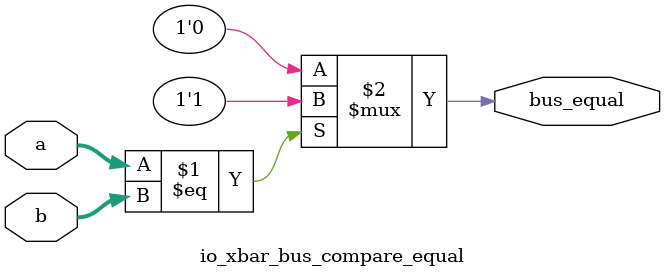
<source format=v>
/*
Copyright (c) 2015 Princeton University
All rights reserved.

Redistribution and use in source and binary forms, with or without
modification, are permitted provided that the following conditions are met:
    * Redistributions of source code must retain the above copyright
      notice, this list of conditions and the following disclaimer.
    * Redistributions in binary form must reproduce the above copyright
      notice, this list of conditions and the following disclaimer in the
      documentation and/or other materials provided with the distribution.
    * Neither the name of Princeton University nor the
      names of its contributors may be used to endorse or promote products
      derived from this software without specific prior written permission.

THIS SOFTWARE IS PROVIDED BY PRINCETON UNIVERSITY "AS IS" AND
ANY EXPRESS OR IMPLIED WARRANTIES, INCLUDING, BUT NOT LIMITED TO, THE IMPLIED
WARRANTIES OF MERCHANTABILITY AND FITNESS FOR A PARTICULAR PURPOSE ARE
DISCLAIMED. IN NO EVENT SHALL PRINCETON UNIVERSITY BE LIABLE FOR ANY
DIRECT, INDIRECT, INCIDENTAL, SPECIAL, EXEMPLARY, OR CONSEQUENTIAL DAMAGES
(INCLUDING, BUT NOT LIMITED TO, PROCUREMENT OF SUBSTITUTE GOODS OR SERVICES;
LOSS OF USE, DATA, OR PROFITS; OR BUSINESS INTERRUPTION) HOWEVER CAUSED AND
ON ANY THEORY OF LIABILITY, WHETHER IN CONTRACT, STRICT LIABILITY, OR TORT
(INCLUDING NEGLIGENCE OR OTHERWISE) ARISING IN ANY WAY OUT OF THE USE OF THIS
SOFTWARE, EVEN IF ADVISED OF THE POSSIBILITY OF SUCH DAMAGE.
*/

module io_xbar_bus_compare_equal (a, b, bus_equal);
    parameter WIDTH = 8;
    parameter BHC = 10;

    input [WIDTH-1:0] a, b;
    output wire bus_equal;

    assign bus_equal = (a==b) ? 1'b1 : 1'b0;
endmodule

</source>
